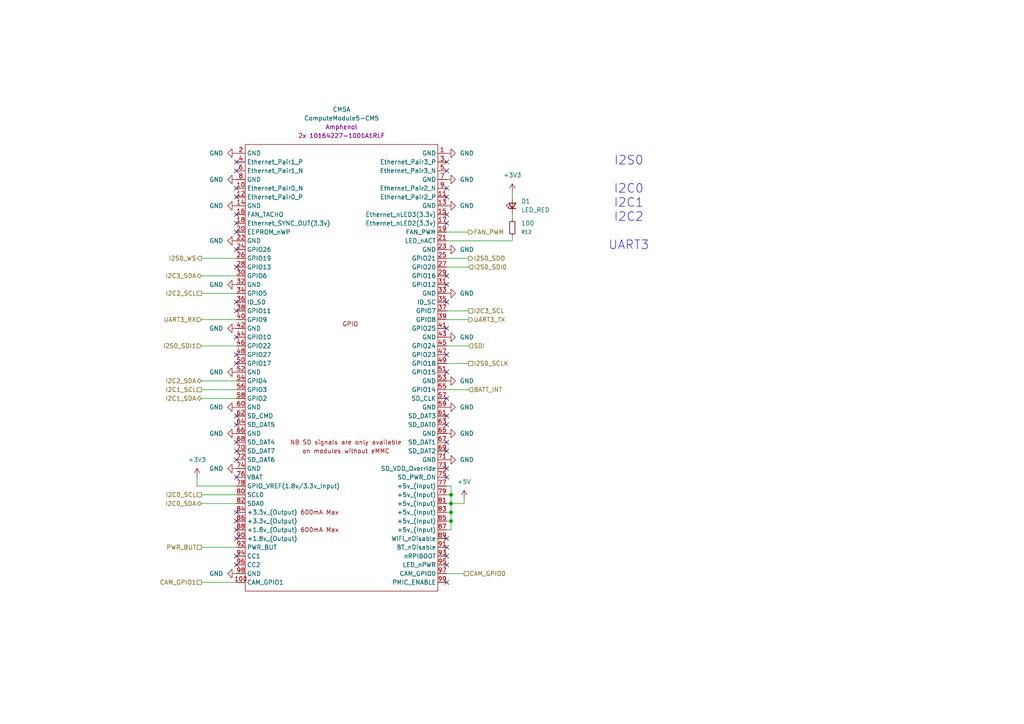
<source format=kicad_sch>
(kicad_sch (version 20250114) (generator "eeschema") (generator_version "9.0")
  (paper "A4")
  (title_block (title "BETA MAIN BOARD - CM5 - GPIO"))
  (lib_symbols
    (symbol "CM5IO:ComputeModule5-CM5"
      (property "Reference" "Module" (at 113.03 -68.58 0))
      (property "Value" "ComputeModule5-CM5" (at 140.97 2.54 0))
      (property "Field4" "Amphenol" (at 0 0 0))
      (property "Field5" "2x 10164227-1001A1RLF" (at 0 -2.54 0))
      (symbol "ComputeModule5-CM5_1_0"
        (text "GPIO" (at 0 6.35 0) (effects (font (size 1.27 1.27))))
      )
      (symbol "ComputeModule5-CM5_1_1"
        (rectangle (start -30.48 -71.12) (end 25.4 58.42))
        (text "600mA Max" (at -8.89 -48.26 0) (effects (font (size 1.27 1.27))))
        (text "600mA Max" (at -8.89 -53.34 0) (effects (font (size 1.27 1.27))))
        (text "NB SD signals are only available" (at -1.27 -27.94 0) (effects (font (size 1.27 1.27))))
        (text "on modules without eMMC" (at -1.27 -30.48 0) (effects (font (size 1.27 1.27))))
        (pin power_in line (at -33.02 55.88 0) (length 2.54) (name "GND") (number "2"))
        (pin passive line (at -33.02 53.34 0) (length 2.54) (name "Ethernet_Pair1_P") (number "4"))
        (pin passive line (at -33.02 50.8 0) (length 2.54) (name "Ethernet_Pair1_N") (number "6"))
        (pin power_in line (at -33.02 48.26 0) (length 2.54) (name "GND") (number "8"))
        (pin passive line (at -33.02 45.72 0) (length 2.54) (name "Ethernet_Pair0_N") (number "10"))
        (pin passive line (at -33.02 43.18 0) (length 2.54) (name "Ethernet_Pair0_P") (number "12"))
        (pin power_in line (at -33.02 40.64 0) (length 2.54) (name "GND") (number "14"))
        (pin input line (at -33.02 38.1 0) (length 2.54) (name "FAN_TACHO") (number "16"))
        (pin input line (at -33.02 35.56 0) (length 2.54) (name "Ethernet_SYNC_OUT(3.3v)") (number "18"))
        (pin passive line (at -33.02 33.02 0) (length 2.54) (name "EEPROM_nWP") (number "20"))
        (pin power_in line (at -33.02 30.48 0) (length 2.54) (name "GND") (number "22"))
        (pin passive line (at -33.02 27.94 0) (length 2.54) (name "GPIO26") (number "24"))
        (pin passive line (at -33.02 25.4 0) (length 2.54) (name "GPIO19") (number "26"))
        (pin passive line (at -33.02 22.86 0) (length 2.54) (name "GPIO13") (number "28"))
        (pin passive line (at -33.02 20.32 0) (length 2.54) (name "GPIO6") (number "30"))
        (pin power_in line (at -33.02 17.78 0) (length 2.54) (name "GND") (number "32"))
        (pin passive line (at -33.02 15.24 0) (length 2.54) (name "GPIO5") (number "34"))
        (pin passive line (at -33.02 12.7 0) (length 2.54) (name "ID_SD") (number "36"))
        (pin passive line (at -33.02 10.16 0) (length 2.54) (name "GPIO11") (number "38"))
        (pin passive line (at -33.02 7.62 0) (length 2.54) (name "GPIO9") (number "40"))
        (pin power_in line (at -33.02 5.08 0) (length 2.54) (name "GND") (number "42"))
        (pin passive line (at -33.02 2.54 0) (length 2.54) (name "GPIO10") (number "44"))
        (pin passive line (at -33.02 0 0) (length 2.54) (name "GPIO22") (number "46"))
        (pin passive line (at -33.02 -2.54 0) (length 2.54) (name "GPIO27") (number "48"))
        (pin passive line (at -33.02 -5.08 0) (length 2.54) (name "GPIO17") (number "50"))
        (pin power_in line (at -33.02 -7.62 0) (length 2.54) (name "GND") (number "52"))
        (pin passive line (at -33.02 -10.16 0) (length 2.54) (name "GPIO4") (number "54"))
        (pin passive line (at -33.02 -12.7 0) (length 2.54) (name "GPIO3") (number "56"))
        (pin passive line (at -33.02 -15.24 0) (length 2.54) (name "GPIO2") (number "58"))
        (pin power_in line (at -33.02 -17.78 0) (length 2.54) (name "GND") (number "60"))
        (pin passive line (at -33.02 -20.32 0) (length 2.54) (name "SD_CMD") (number "62"))
        (pin passive line (at -33.02 -22.86 0) (length 2.54) (name "SD_DAT5") (number "64"))
        (pin power_in line (at -33.02 -25.4 0) (length 2.54) (name "GND") (number "66"))
        (pin passive line (at -33.02 -27.94 0) (length 2.54) (name "SD_DAT4") (number "68"))
        (pin passive line (at -33.02 -30.48 0) (length 2.54) (name "SD_DAT7") (number "70"))
        (pin passive line (at -33.02 -33.02 0) (length 2.54) (name "SD_DAT6") (number "72"))
        (pin power_in line (at -33.02 -35.56 0) (length 2.54) (name "GND") (number "74"))
        (pin passive line (at -33.02 -38.1 0) (length 2.54) (name "VBAT") (number "76"))
        (pin power_in line (at -33.02 -40.64 0) (length 2.54) (name "GPIO_VREF(1.8v/3.3v_Input)") (number "78"))
        (pin passive line (at -33.02 -43.18 0) (length 2.54) (name "SCL0") (number "80"))
        (pin passive line (at -33.02 -45.72 0) (length 2.54) (name "SDA0") (number "82"))
        (pin power_out line (at -33.02 -48.26 0) (length 2.54) (name "+3.3v_(Output)") (number "84"))
        (pin passive line (at -33.02 -50.8 0) (length 2.54) (name "+3.3v_(Output)") (number "86"))
        (pin power_out line (at -33.02 -53.34 0) (length 2.54) (name "+1.8v_(Output)") (number "88"))
        (pin passive line (at -33.02 -55.88 0) (length 2.54) (name "+1.8v_(Output)") (number "90"))
        (pin passive line (at -33.02 -58.42 0) (length 2.54) (name "PWR_BUT") (number "92"))
        (pin passive line (at -33.02 -60.96 0) (length 2.54) (name "CC1") (number "94"))
        (pin passive line (at -33.02 -63.5 0) (length 2.54) (name "CC2") (number "96"))
        (pin power_in line (at -33.02 -66.04 0) (length 2.54) (name "GND") (number "98"))
        (pin passive line (at -33.02 -68.58 0) (length 2.54) (name "CAM_GPIO1") (number "100"))
        (pin power_in line (at 27.94 55.88 180) (length 2.54) (name "GND") (number "1"))
        (pin passive line (at 27.94 53.34 180) (length 2.54) (name "Ethernet_Pair3_P") (number "3"))
        (pin passive line (at 27.94 50.8 180) (length 2.54) (name "Ethernet_Pair3_N") (number "5"))
        (pin power_in line (at 27.94 48.26 180) (length 2.54) (name "GND") (number "7"))
        (pin passive line (at 27.94 45.72 180) (length 2.54) (name "Ethernet_Pair2_N") (number "9"))
        (pin passive line (at 27.94 43.18 180) (length 2.54) (name "Ethernet_Pair2_P") (number "11"))
        (pin power_in line (at 27.94 40.64 180) (length 2.54) (name "GND") (number "13"))
        (pin output line (at 27.94 38.1 180) (length 2.54) (name "Ethernet_nLED3(3.3v)") (number "15"))
        (pin output line (at 27.94 35.56 180) (length 2.54) (name "Ethernet_nLED2(3.3v)") (number "17"))
        (pin output line (at 27.94 33.02 180) (length 2.54) (name "FAN_PWM") (number "19"))
        (pin open_collector line (at 27.94 30.48 180) (length 2.54) (name "LED_nACT") (number "21"))
        (pin power_in line (at 27.94 27.94 180) (length 2.54) (name "GND") (number "23"))
        (pin passive line (at 27.94 25.4 180) (length 2.54) (name "GPIO21") (number "25"))
        (pin passive line (at 27.94 22.86 180) (length 2.54) (name "GPIO20") (number "27"))
        (pin passive line (at 27.94 20.32 180) (length 2.54) (name "GPIO16") (number "29"))
        (pin passive line (at 27.94 17.78 180) (length 2.54) (name "GPIO12") (number "31"))
        (pin power_in line (at 27.94 15.24 180) (length 2.54) (name "GND") (number "33"))
        (pin passive line (at 27.94 12.7 180) (length 2.54) (name "ID_SC") (number "35"))
        (pin passive line (at 27.94 10.16 180) (length 2.54) (name "GPIO7") (number "37"))
        (pin passive line (at 27.94 7.62 180) (length 2.54) (name "GPIO8") (number "39"))
        (pin passive line (at 27.94 5.08 180) (length 2.54) (name "GPIO25") (number "41"))
        (pin power_in line (at 27.94 2.54 180) (length 2.54) (name "GND") (number "43"))
        (pin passive line (at 27.94 0 180) (length 2.54) (name "GPIO24") (number "45"))
        (pin passive line (at 27.94 -2.54 180) (length 2.54) (name "GPIO23") (number "47"))
        (pin passive line (at 27.94 -5.08 180) (length 2.54) (name "GPIO18") (number "49"))
        (pin passive line (at 27.94 -7.62 180) (length 2.54) (name "GPIO15") (number "51"))
        (pin power_in line (at 27.94 -10.16 180) (length 2.54) (name "GND") (number "53"))
        (pin passive line (at 27.94 -12.7 180) (length 2.54) (name "GPIO14") (number "55"))
        (pin passive line (at 27.94 -15.24 180) (length 2.54) (name "SD_CLK") (number "57"))
        (pin power_in line (at 27.94 -17.78 180) (length 2.54) (name "GND") (number "59"))
        (pin passive line (at 27.94 -20.32 180) (length 2.54) (name "SD_DAT3") (number "61"))
        (pin passive line (at 27.94 -22.86 180) (length 2.54) (name "SD_DAT0") (number "63"))
        (pin power_in line (at 27.94 -25.4 180) (length 2.54) (name "GND") (number "65"))
        (pin passive line (at 27.94 -27.94 180) (length 2.54) (name "SD_DAT1") (number "67"))
        (pin passive line (at 27.94 -30.48 180) (length 2.54) (name "SD_DAT2") (number "69"))
        (pin power_in line (at 27.94 -33.02 180) (length 2.54) (name "GND") (number "71"))
        (pin input line (at 27.94 -35.56 180) (length 2.54) (name "SD_VDD_Override") (number "73"))
        (pin output line (at 27.94 -38.1 180) (length 2.54) (name "SD_PWR_ON") (number "75"))
        (pin power_in line (at 27.94 -40.64 180) (length 2.54) (name "+5v_(Input)") (number "77"))
        (pin power_in line (at 27.94 -43.18 180) (length 2.54) (name "+5v_(Input)") (number "79"))
        (pin power_in line (at 27.94 -45.72 180) (length 2.54) (name "+5v_(Input)") (number "81"))
        (pin power_in line (at 27.94 -48.26 180) (length 2.54) (name "+5v_(Input)") (number "83"))
        (pin power_in line (at 27.94 -50.8 180) (length 2.54) (name "+5v_(Input)") (number "85"))
        (pin power_in line (at 27.94 -53.34 180) (length 2.54) (name "+5v_(Input)") (number "87"))
        (pin input line (at 27.94 -55.88 180) (length 2.54) (name "WiFi_nDisable") (number "89"))
        (pin input line (at 27.94 -58.42 180) (length 2.54) (name "BT_nDisable") (number "91"))
        (pin input line (at 27.94 -60.96 180) (length 2.54) (name "nRPIBOOT") (number "93"))
        (pin output line (at 27.94 -63.5 180) (length 2.54) (name "LED_nPWR") (number "95"))
        (pin passive line (at 27.94 -66.04 180) (length 2.54) (name "CAM_GPIO0") (number "97"))
        (pin input line (at 27.94 -68.58 180) (length 2.54) (name "PMIC_ENABLE") (number "99"))
      )
      (symbol "ComputeModule5-CM5_2_1"
        (rectangle (start 114.3 -66.04) (end 165.1 63.5))
        (text "High Speed Serial" (at 140.97 0 0) (effects (font (size 1.27 1.27))))
        (pin input line (at 109.22 60.96 0) (length 5.08) (name "PCIe_nCLKREQ") (number "102"))
        (pin input line (at 109.22 58.42 0) (length 5.08) (name "PCIE_nWAKE") (number "104"))
        (pin output line (at 109.22 55.88 0) (length 5.08) (name "PCIE_PWR_EN") (number "106"))
        (pin power_in line (at 109.22 53.34 0) (length 5.08) (name "GND") (number "108"))
        (pin output line (at 109.22 50.8 0) (length 5.08) (name "PCIe_CLK_P") (number "110"))
        (pin output line (at 109.22 48.26 0) (length 5.08) (name "PCIe_CLK_N") (number "112"))
        (pin power_in line (at 109.22 45.72 0) (length 5.08) (name "GND") (number "114"))
        (pin input line (at 109.22 43.18 0) (length 5.08) (name "PCIe_RX_P") (number "116"))
        (pin input line (at 109.22 40.64 0) (length 5.08) (name "PCIe_RX_N") (number "118"))
        (pin power_in line (at 109.22 38.1 0) (length 5.08) (name "GND") (number "120"))
        (pin output line (at 109.22 35.56 0) (length 5.08) (name "PCIe_TX_P") (number "122"))
        (pin output line (at 109.22 33.02 0) (length 5.08) (name "PCIe_TX_N") (number "124"))
        (pin power_in line (at 109.22 30.48 0) (length 5.08) (name "GND") (number "126"))
        (pin input line (at 109.22 27.94 0) (length 5.08) (name "USB3-0-RX_N") (number "128"))
        (pin input line (at 109.22 25.4 0) (length 5.08) (name "USB3-0-RX_P") (number "130"))
        (pin power_in line (at 109.22 22.86 0) (length 5.08) (name "GND") (number "132"))
        (pin passive line (at 109.22 20.32 0) (length 5.08) (name "USB3-0-D_P") (number "134"))
        (pin passive line (at 109.22 17.78 0) (length 5.08) (name "USB3-0-D_N") (number "136"))
        (pin power_in line (at 109.22 15.24 0) (length 5.08) (name "GND") (number "138"))
        (pin output line (at 109.22 12.7 0) (length 5.08) (name "USB3-0-TX_N") (number "140"))
        (pin output line (at 109.22 10.16 0) (length 5.08) (name "USB3-0-TX_P") (number "142"))
        (pin power_in line (at 109.22 7.62 0) (length 5.08) (name "GND") (number "144"))
        (pin output line (at 109.22 5.08 0) (length 5.08) (name "HDMI1_TX2_P") (number "146"))
        (pin output line (at 109.22 2.54 0) (length 5.08) (name "HDMI1_TX2_N") (number "148"))
        (pin power_in line (at 109.22 0 0) (length 5.08) (name "GND") (number "150"))
        (pin output line (at 109.22 -2.54 0) (length 5.08) (name "HDMI1_TX1_P") (number "152"))
        (pin output line (at 109.22 -5.08 0) (length 5.08) (name "HDMI1_TX1_N") (number "154"))
        (pin power_in line (at 109.22 -7.62 0) (length 5.08) (name "GND") (number "156"))
        (pin output line (at 109.22 -10.16 0) (length 5.08) (name "HDMI1_TX0_P") (number "158"))
        (pin output line (at 109.22 -12.7 0) (length 5.08) (name "HDMI1_TX0_N") (number "160"))
        (pin power_in line (at 109.22 -15.24 0) (length 5.08) (name "GND") (number "162"))
        (pin output line (at 109.22 -17.78 0) (length 5.08) (name "HDMI1_CLK_P") (number "164"))
        (pin output line (at 109.22 -20.32 0) (length 5.08) (name "HDMI1_CLK_N") (number "166"))
        (pin power_in line (at 109.22 -22.86 0) (length 5.08) (name "GND") (number "168"))
        (pin output line (at 109.22 -25.4 0) (length 5.08) (name "HDMI0_TX2_P") (number "170"))
        (pin output line (at 109.22 -27.94 0) (length 5.08) (name "HDMI0_TX2_N") (number "172"))
        (pin power_in line (at 109.22 -30.48 0) (length 5.08) (name "GND") (number "174"))
        (pin output line (at 109.22 -33.02 0) (length 5.08) (name "HDMI0_TX1_P") (number "176"))
        (pin output line (at 109.22 -35.56 0) (length 5.08) (name "HDMI0_TX1_N") (number "178"))
        (pin power_in line (at 109.22 -38.1 0) (length 5.08) (name "GND") (number "180"))
        (pin output line (at 109.22 -40.64 0) (length 5.08) (name "HDMI0_TX0_P") (number "182"))
        (pin output line (at 109.22 -43.18 0) (length 5.08) (name "HDMI0_TX0_N") (number "184"))
        (pin power_in line (at 109.22 -45.72 0) (length 5.08) (name "GND") (number "186"))
        (pin output line (at 109.22 -48.26 0) (length 5.08) (name "HDMI0_CLK_P") (number "188"))
        (pin output line (at 109.22 -50.8 0) (length 5.08) (name "HDMI0_CLK_N") (number "190"))
        (pin power_in line (at 109.22 -53.34 0) (length 5.08) (name "GND") (number "192"))
        (pin output line (at 109.22 -55.88 0) (length 5.08) (name "MIPI1_D3_N") (number "194"))
        (pin output line (at 109.22 -58.42 0) (length 5.08) (name "MIPI1_D3_P") (number "196"))
        (pin power_in line (at 109.22 -60.96 0) (length 5.08) (name "GND") (number "198"))
        (pin open_collector line (at 109.22 -63.5 0) (length 5.08) (name "HDMI0_SCL") (number "200"))
        (pin input line (at 170.18 60.96 180) (length 5.08) (name "USB_OTG_ID") (number "101"))
        (pin passive line (at 170.18 58.42 180) (length 5.08) (name "USB2_N") (number "103"))
        (pin passive line (at 170.18 55.88 180) (length 5.08) (name "USB2_P") (number "105"))
        (pin power_in line (at 170.18 53.34 180) (length 5.08) (name "GND") (number "107"))
        (pin output line (at 170.18 50.8 180) (length 5.08) (name "PCIe_nRST") (number "109"))
        (pin output line (at 170.18 48.26 180) (length 5.08) (name "VBUS_EN") (number "111"))
        (pin power_in line (at 170.18 45.72 180) (length 5.08) (name "GND") (number "113"))
        (pin input line (at 170.18 43.18 180) (length 5.08) (name "MIPI0_D0_N") (number "115"))
        (pin input line (at 170.18 40.64 180) (length 5.08) (name "MIPI0_D0_P") (number "117"))
        (pin power_in line (at 170.18 38.1 180) (length 5.08) (name "GND") (number "119"))
        (pin input line (at 170.18 35.56 180) (length 5.08) (name "MIPI0_D1_N") (number "121"))
        (pin input line (at 170.18 33.02 180) (length 5.08) (name "MIPI0_D1_P") (number "123"))
        (pin power_in line (at 170.18 30.48 180) (length 5.08) (name "GND") (number "125"))
        (pin input line (at 170.18 27.94 180) (length 5.08) (name "MIPI0_C_N") (number "127"))
        (pin input line (at 170.18 25.4 180) (length 5.08) (name "MIPI0_C_P") (number "129"))
        (pin power_in line (at 170.18 22.86 180) (length 5.08) (name "GND") (number "131"))
        (pin input line (at 170.18 20.32 180) (length 5.08) (name "MIPI0_D2_N") (number "133"))
        (pin input line (at 170.18 17.78 180) (length 5.08) (name "MIPI0_D2_P") (number "135"))
        (pin power_in line (at 170.18 15.24 180) (length 5.08) (name "GND") (number "137"))
        (pin input line (at 170.18 12.7 180) (length 5.08) (name "MIPI0_D3_N") (number "139"))
        (pin input line (at 170.18 10.16 180) (length 5.08) (name "MIPI0_D3_P") (number "141"))
        (pin input line (at 170.18 7.62 180) (length 5.08) (name "HDMI1_HOTPLUG") (number "143"))
        (pin bidirectional line (at 170.18 5.08 180) (length 5.08) (name "HDMI1_SDA") (number "145"))
        (pin open_collector line (at 170.18 2.54 180) (length 5.08) (name "HDMI1_SCL") (number "147"))
        (pin open_collector line (at 170.18 0 180) (length 5.08) (name "HDMI1_CEC") (number "149"))
        (pin open_collector line (at 170.18 -2.54 180) (length 5.08) (name "HDMI0_CEC") (number "151"))
        (pin input line (at 170.18 -5.08 180) (length 5.08) (name "HDMI0_HOTPLUG") (number "153"))
        (pin power_in line (at 170.18 -7.62 180) (length 5.08) (name "GND") (number "155"))
        (pin input line (at 170.18 -10.16 180) (length 5.08) (name "USB3-1-RX_N") (number "157"))
        (pin input line (at 170.18 -12.7 180) (length 5.08) (name "USB3-1-RX_P") (number "159"))
        (pin power_in line (at 170.18 -15.24 180) (length 5.08) (name "GND") (number "161"))
        (pin passive line (at 170.18 -17.78 180) (length 5.08) (name "USB3-1-D_P") (number "163"))
        (pin passive line (at 170.18 -20.32 180) (length 5.08) (name "USB3-1-D_N") (number "165"))
        (pin power_in line (at 170.18 -22.86 180) (length 5.08) (name "GND") (number "167"))
        (pin output line (at 170.18 -25.4 180) (length 5.08) (name "USB3-1-TX_N") (number "169"))
        (pin output line (at 170.18 -27.94 180) (length 5.08) (name "USB3-1-TX_P") (number "171"))
        (pin power_in line (at 170.18 -30.48 180) (length 5.08) (name "GND") (number "173"))
        (pin output line (at 170.18 -33.02 180) (length 5.08) (name "MIPI1_D0_N") (number "175"))
        (pin output line (at 170.18 -35.56 180) (length 5.08) (name "MIPI1_D0_P") (number "177"))
        (pin power_in line (at 170.18 -38.1 180) (length 5.08) (name "GND") (number "179"))
        (pin output line (at 170.18 -40.64 180) (length 5.08) (name "MIPI1_D1_N") (number "181"))
        (pin output line (at 170.18 -43.18 180) (length 5.08) (name "MIPI1_D1_P") (number "183"))
        (pin power_in line (at 170.18 -45.72 180) (length 5.08) (name "GND") (number "185"))
        (pin output line (at 170.18 -48.26 180) (length 5.08) (name "MIPI1_C_N") (number "187"))
        (pin output line (at 170.18 -50.8 180) (length 5.08) (name "MIPI1_C_P") (number "189"))
        (pin power_in line (at 170.18 -53.34 180) (length 5.08) (name "GND") (number "191"))
        (pin output line (at 170.18 -55.88 180) (length 5.08) (name "MIPI1_D2_N") (number "193"))
        (pin output line (at 170.18 -58.42 180) (length 5.08) (name "MIPI1_D2_P") (number "195"))
        (pin power_in line (at 170.18 -60.96 180) (length 5.08) (name "GND") (number "197"))
        (pin bidirectional line (at 170.18 -63.5 180) (length 5.08) (name "HDMI0_SDA") (number "199"))
      )
    )
    (symbol "Device:LED_Small" (pin_numbers (hide yes)) (pin_names (offset 0.254) (hide yes))
      (property "Reference" "D" (at -1.27 3.175 0))
      (property "Value" "LED_Small" (at -4.445 -2.54 0))
      (symbol "LED_Small_0_1"
        (polyline (pts (xy -0.762 -1.016) (xy -0.762 1.016)) (stroke (width 0.254)))
        (polyline (pts (xy 0 0.762) (xy -0.508 1.27) (xy -0.254 1.27) (xy -0.508 1.27) (xy -0.508 1.016)))
        (polyline (pts (xy 0.508 1.27) (xy 0 1.778) (xy 0.254 1.778) (xy 0 1.778) (xy 0 1.524)))
        (polyline (pts (xy 0.762 -1.016) (xy -0.762 0) (xy 0.762 1.016) (xy 0.762 -1.016)) (stroke (width 0.254)))
        (polyline (pts (xy 1.016 0) (xy -0.762 0)))
      )
      (symbol "LED_Small_1_1"
        (pin passive line (at -2.54 0 0) (length 1.778) (name "K") (number "1"))
        (pin passive line (at 2.54 0 180) (length 1.778) (name "A") (number "2"))
      )
    )
    (symbol "Device:R_Small" (pin_numbers (hide yes)) (pin_names (offset 0.254) (hide yes))
      (property "Reference" "R" (at 0 0 90))
      (property "Value" "R_Small" (at 1.778 0 90))
      (symbol "R_Small_0_1"
        (rectangle (start -0.762 1.778) (end 0.762 -1.778) (stroke (width 0.2032)))
      )
      (symbol "R_Small_1_1"
        (pin passive line (at 0 2.54 270) (length 0.762) (name "~") (number "1"))
        (pin passive line (at 0 -2.54 90) (length 0.762) (name "~") (number "2"))
      )
    )
    (symbol "power:+3V3" (power) (pin_numbers (hide yes)) (pin_names (offset 0) (hide yes))
      (property "Value" "+3V3" (at 0 3.556 0))
      (symbol "+3V3_0_1"
        (polyline (pts (xy -0.762 1.27) (xy 0 2.54)))
        (polyline (pts (xy 0 2.54) (xy 0.762 1.27)))
        (polyline (pts (xy 0 0) (xy 0 2.54)))
      )
      (symbol "+3V3_1_1"
        (pin power_in line (at 0 0 90) (length 0) (name "~") (number "1"))
      )
    )
    (symbol "power:+5V" (power) (pin_numbers (hide yes)) (pin_names (offset 0) (hide yes))
      (property "Value" "+5V" (at 0 3.556 0))
      (symbol "+5V_0_1"
        (polyline (pts (xy -0.762 1.27) (xy 0 2.54)))
        (polyline (pts (xy 0 2.54) (xy 0.762 1.27)))
        (polyline (pts (xy 0 0) (xy 0 2.54)))
      )
      (symbol "+5V_1_1"
        (pin power_in line (at 0 0 90) (length 0) (name "~") (number "1"))
      )
    )
    (symbol "power:GND" (power) (pin_numbers (hide yes)) (pin_names (offset 0) (hide yes))
      (property "Value" "GND" (at 0 -3.81 0))
      (symbol "GND_0_1"
        (polyline (pts (xy 0 0) (xy 0 -1.27) (xy 1.27 -1.27) (xy 0 -2.54) (xy -1.27 -1.27) (xy 0 -1.27)))
      )
      (symbol "GND_1_1"
        (pin power_in line (at 0 0 270) (length 0) (name "~") (number "1"))
      )
    )
  )
  (text "I2S0\n\nI2C0\nI2C1\nI2C2\n\nUART3" (at 182.372 58.928 0) (effects (font (size 2.54 2.54))))
  (junction (at 130.81 143.51))
  (junction (at 130.81 146.05))
  (junction (at 130.81 151.13))
  (junction (at 130.81 148.59))
  (no_connect (at 68.58 62.23))
  (no_connect (at 129.54 138.43))
  (no_connect (at 68.58 148.59))
  (no_connect (at 68.58 105.41))
  (no_connect (at 129.54 161.29))
  (no_connect (at 68.58 130.81))
  (no_connect (at 68.58 153.67))
  (no_connect (at 68.58 46.99))
  (no_connect (at 129.54 62.23))
  (no_connect (at 68.58 123.19))
  (no_connect (at 129.54 82.55))
  (no_connect (at 68.58 72.39))
  (no_connect (at 129.54 115.57))
  (no_connect (at 68.58 87.63))
  (no_connect (at 68.58 90.17))
  (no_connect (at 68.58 49.53))
  (no_connect (at 129.54 80.01))
  (no_connect (at 129.54 156.21))
  (no_connect (at 129.54 128.27))
  (no_connect (at 68.58 77.47))
  (no_connect (at 68.58 156.21))
  (no_connect (at 68.58 161.29))
  (no_connect (at 68.58 54.61))
  (no_connect (at 68.58 102.87))
  (no_connect (at 68.58 133.35))
  (no_connect (at 129.54 107.95))
  (no_connect (at 129.54 163.83))
  (no_connect (at 68.58 57.15))
  (no_connect (at 129.54 168.91))
  (no_connect (at 129.54 57.15))
  (no_connect (at 129.54 120.65))
  (no_connect (at 68.58 67.31))
  (no_connect (at 68.58 97.79))
  (no_connect (at 129.54 158.75))
  (no_connect (at 68.58 138.43))
  (no_connect (at 68.58 64.77))
  (no_connect (at 129.54 135.89))
  (no_connect (at 129.54 54.61))
  (no_connect (at 129.54 46.99))
  (no_connect (at 129.54 123.19))
  (no_connect (at 129.54 49.53))
  (no_connect (at 129.54 130.81))
  (no_connect (at 129.54 95.25))
  (no_connect (at 129.54 64.77))
  (no_connect (at 68.58 163.83))
  (no_connect (at 129.54 102.87))
  (no_connect (at 68.58 128.27))
  (no_connect (at 129.54 87.63))
  (no_connect (at 68.58 120.65))
  (no_connect (at 68.58 151.13))
  (wire (pts (xy 129.54 69.85) (xy 148.59 69.85)))
  (wire (pts (xy 57.15 140.97) (xy 68.58 140.97)))
  (wire (pts (xy 58.42 143.51) (xy 68.58 143.51)))
  (wire (pts (xy 148.59 69.85) (xy 148.59 68.58)))
  (wire (pts (xy 129.54 100.33) (xy 135.89 100.33)))
  (wire (pts (xy 129.54 92.71) (xy 135.89 92.71)))
  (wire (pts (xy 58.42 85.09) (xy 68.58 85.09)))
  (wire (pts (xy 58.42 168.91) (xy 68.58 168.91)))
  (wire (pts (xy 129.54 148.59) (xy 130.81 148.59)))
  (wire (pts (xy 130.81 143.51) (xy 130.81 140.97)))
  (wire (pts (xy 129.54 146.05) (xy 130.81 146.05)))
  (wire (pts (xy 129.54 153.67) (xy 130.81 153.67)))
  (wire (pts (xy 129.54 67.31) (xy 135.89 67.31)))
  (wire (pts (xy 58.42 115.57) (xy 68.58 115.57)))
  (wire (pts (xy 58.42 158.75) (xy 68.58 158.75)))
  (wire (pts (xy 129.54 140.97) (xy 130.81 140.97)))
  (wire (pts (xy 58.42 74.93) (xy 68.58 74.93)))
  (wire (pts (xy 135.89 74.93) (xy 129.54 74.93)))
  (wire (pts (xy 130.81 153.67) (xy 130.81 151.13)))
  (wire (pts (xy 130.81 146.05) (xy 134.62 146.05)))
  (wire (pts (xy 129.54 90.17) (xy 135.89 90.17)))
  (wire (pts (xy 129.54 151.13) (xy 130.81 151.13)))
  (wire (pts (xy 58.42 113.03) (xy 68.58 113.03)))
  (wire (pts (xy 129.54 77.47) (xy 135.89 77.47)))
  (wire (pts (xy 58.42 100.33) (xy 68.58 100.33)))
  (wire (pts (xy 58.42 80.01) (xy 68.58 80.01)))
  (wire (pts (xy 57.15 138.43) (xy 57.15 140.97)))
  (wire (pts (xy 58.42 110.49) (xy 68.58 110.49)))
  (wire (pts (xy 129.54 166.37) (xy 134.62 166.37)))
  (wire (pts (xy 129.54 105.41) (xy 135.89 105.41)))
  (wire (pts (xy 130.81 146.05) (xy 130.81 143.51)))
  (wire (pts (xy 130.81 151.13) (xy 130.81 148.59)))
  (wire (pts (xy 134.62 146.05) (xy 134.62 144.78)))
  (wire (pts (xy 129.54 113.03) (xy 135.89 113.03)))
  (wire (pts (xy 58.42 146.05) (xy 68.58 146.05)))
  (wire (pts (xy 129.54 143.51) (xy 130.81 143.51)))
  (wire (pts (xy 130.81 146.05) (xy 130.81 148.59)))
  (wire (pts (xy 148.59 62.23) (xy 148.59 63.5)))
  (wire (pts (xy 58.42 92.71) (xy 68.58 92.71)))
  (wire (pts (xy 148.59 55.88) (xy 148.59 57.15)))
  (hierarchical_label "I2S0_SDO" (shape output) (at 135.89 74.93 0))
  (hierarchical_label "I2C2_SCL" (shape passive) (at 58.42 85.09 180))
  (hierarchical_label "I2S0_WS" (shape output) (at 58.42 74.93 180))
  (hierarchical_label "I2S0_SCLK" (shape passive) (at 135.89 105.41 0))
  (hierarchical_label "I2S0_SDI0" (shape input) (at 135.89 77.47 0))
  (hierarchical_label "I2C0_SDA" (shape bidirectional) (at 58.42 146.05 180))
  (hierarchical_label "I2S0_SDI1" (shape input) (at 58.42 100.33 180))
  (hierarchical_label "CAM_GPIO0" (shape passive) (at 134.62 166.37 0))
  (hierarchical_label "SDI" (shape input) (at 135.89 100.33 0))
  (hierarchical_label "I2C2_SDA" (shape bidirectional) (at 58.42 110.49 180))
  (hierarchical_label "UART3_TX" (shape output) (at 135.89 92.71 0))
  (hierarchical_label "UART3_RX" (shape input) (at 58.42 92.71 180))
  (hierarchical_label "I2C0_SCL" (shape passive) (at 58.42 143.51 180))
  (hierarchical_label "I2C1_SDA" (shape bidirectional) (at 58.42 115.57 180))
  (hierarchical_label "PWR_BUT" (shape passive) (at 58.42 158.75 180))
  (hierarchical_label "CAM_GPIO1" (shape passive) (at 58.42 168.91 180))
  (hierarchical_label "I2C3_SCL" (shape passive) (at 135.89 90.17 0))
  (hierarchical_label "BATT_INT" (shape input) (at 135.89 113.03 0))
  (hierarchical_label "I2C1_SCL" (shape passive) (at 58.42 113.03 180))
  (hierarchical_label "I2C3_SDA" (shape bidirectional) (at 58.42 80.01 180))
  (hierarchical_label "FAN_PWM" (shape output) (at 135.89 67.31 0))
  (symbol (lib_id "power:GND") (at 68.58 125.73 270) (unit 1)
    (property "Reference" "#PWR022" (effects (hide yes)))
    (property "Value" "GND" (at 64.77 125.7299 90) (effects (justify right)))
    (property "Description" "Power symbol creates a global label with name \"GND\" , ground" (effects (hide yes)))
  )
  (symbol (lib_id "power:+3V3") (at 57.15 138.43 0) (unit 1)
    (property "Reference" "#PWR0130" (effects (hide yes)))
    (property "Value" "+3V3" (at 57.15 133.35 0))
    (property "Description" "Power symbol creates a global label with name \"+3V3\"" (effects (hide yes)))
  )
  (symbol (lib_id "power:GND") (at 129.54 85.09 90) (unit 1)
    (property "Reference" "#PWR029" (effects (hide yes)))
    (property "Value" "GND" (at 133.35 85.0901 90) (effects (justify right)))
    (property "Description" "Power symbol creates a global label with name \"GND\" , ground" (effects (hide yes)))
  )
  (symbol (lib_id "power:GND") (at 129.54 44.45 90) (unit 1)
    (property "Reference" "#PWR025" (effects (hide yes)))
    (property "Value" "GND" (at 133.35 44.4501 90) (effects (justify right)))
    (property "Description" "Power symbol creates a global label with name \"GND\" , ground" (effects (hide yes)))
  )
  (symbol (lib_id "power:GND") (at 129.54 72.39 90) (unit 1)
    (property "Reference" "#PWR028" (effects (hide yes)))
    (property "Value" "GND" (at 133.35 72.3901 90) (effects (justify right)))
    (property "Description" "Power symbol creates a global label with name \"GND\" , ground" (effects (hide yes)))
  )
  (symbol (lib_id "power:GND") (at 129.54 110.49 90) (unit 1)
    (property "Reference" "#PWR031" (effects (hide yes)))
    (property "Value" "GND" (at 133.35 110.4901 90) (effects (justify right)))
    (property "Description" "Power symbol creates a global label with name \"GND\" , ground" (effects (hide yes)))
  )
  (symbol (lib_id "power:GND") (at 129.54 133.35 90) (unit 1)
    (property "Reference" "#PWR034" (effects (hide yes)))
    (property "Value" "GND" (at 133.35 133.3501 90) (effects (justify right)))
    (property "Description" "Power symbol creates a global label with name \"GND\" , ground" (effects (hide yes)))
  )
  (symbol (lib_id "Device:LED_Small") (at 148.59 59.69 90) (unit 1)
    (property "Reference" "D1" (at 151.13 58.3564 90) (effects (justify right)))
    (property "Value" "LED_RED" (at 151.13 60.8964 90) (effects (justify right)))
    (property "Footprint" "LED_SMD:LED_0603_1608Metric" (effects (hide yes)))
    (property "Description" "Light emitting diode, small symbol" (effects (hide yes)))
    (property "Sim.Pin" "1=K 2=A" (effects (hide yes)))
    (property "Sim.Pins" "1=K 2=A" (effects (hide yes)))
    (property "DigiKey_Part_Number" "5962-XL-1608VRC-06TR-ND" (effects (hide yes)))
    (property "MANUFACTURER" "XINGLIGHT" (effects (hide yes)))
    (property "MP" "XL-1608VRC-06" (effects (hide yes)))
  )
  (symbol (lib_id "power:GND") (at 129.54 97.79 90) (unit 1)
    (property "Reference" "#PWR030" (effects (hide yes)))
    (property "Value" "GND" (at 133.35 97.7901 90) (effects (justify right)))
    (property "Description" "Power symbol creates a global label with name \"GND\" , ground" (effects (hide yes)))
  )
  (symbol (lib_id "power:GND") (at 129.54 59.69 90) (unit 1)
    (property "Reference" "#PWR027" (effects (hide yes)))
    (property "Value" "GND" (at 133.35 59.6901 90) (effects (justify right)))
    (property "Description" "Power symbol creates a global label with name \"GND\" , ground" (effects (hide yes)))
  )
  (symbol (lib_id "power:GND") (at 129.54 52.07 90) (unit 1)
    (property "Reference" "#PWR026" (effects (hide yes)))
    (property "Value" "GND" (at 133.35 52.0701 90) (effects (justify right)))
    (property "Description" "Power symbol creates a global label with name \"GND\" , ground" (effects (hide yes)))
  )
  (symbol (lib_id "power:GND") (at 68.58 52.07 270) (unit 1)
    (property "Reference" "#PWR015" (effects (hide yes)))
    (property "Value" "GND" (at 64.77 52.0699 90) (effects (justify right)))
    (property "Description" "Power symbol creates a global label with name \"GND\" , ground" (effects (hide yes)))
  )
  (symbol (lib_id "Device:R_Small") (at 148.59 66.04 0) (mirror x) (unit 1)
    (property "Reference" "R12" (at 151.13 67.3101 0) (effects (font (size 1.016 1.016)) (justify left)))
    (property "Value" "100" (at 151.13 64.7701 0) (effects (justify left)))
    (property "Footprint" "Resistor_SMD:R_0603_1608Metric" (effects (hide yes)))
    (property "Description" "Resistor, small symbol" (effects (hide yes)))
    (property "DigiKey_Part_Number" "2019-RK73B1JTTD102JTR-ND" (effects (hide yes)))
    (property "MANUFACTURER" "KOA Speer Electronics, Inc." (effects (hide yes)))
    (property "MP" "RK73B1JTTD102J" (effects (hide yes)))
  )
  (symbol (lib_id "power:GND") (at 68.58 118.11 270) (unit 1)
    (property "Reference" "#PWR021" (effects (hide yes)))
    (property "Value" "GND" (at 64.77 118.1099 90) (effects (justify right)))
    (property "Description" "Power symbol creates a global label with name \"GND\" , ground" (effects (hide yes)))
  )
  (symbol (lib_id "power:GND") (at 68.58 59.69 270) (unit 1)
    (property "Reference" "#PWR016" (effects (hide yes)))
    (property "Value" "GND" (at 64.77 59.6899 90) (effects (justify right)))
    (property "Description" "Power symbol creates a global label with name \"GND\" , ground" (effects (hide yes)))
  )
  (symbol (lib_id "power:GND") (at 129.54 125.73 90) (unit 1)
    (property "Reference" "#PWR033" (effects (hide yes)))
    (property "Value" "GND" (at 133.35 125.7301 90) (effects (justify right)))
    (property "Description" "Power symbol creates a global label with name \"GND\" , ground" (effects (hide yes)))
  )
  (symbol (lib_id "CM5IO:ComputeModule5-CM5") (at 101.6 100.33 0) (unit 1)
    (property "Reference" "CM5" (at 99.06 31.75 0))
    (property "Value" "ComputeModule5-CM5" (at 99.06 34.29 0))
    (property "Footprint" "CM5IO:Raspberry-Pi-5-Compute-Module" (effects (hide yes)))
    (property "Description" "RaspberryPi Compute module 5" (effects (hide yes)))
    (property "Field4" "Amphenol" (at 99.06 36.83 0))
    (property "Field5" "2x 10164227-1001A1RLF" (at 99.06 39.37 0))
  )
  (symbol (lib_id "power:+5V") (at 134.62 144.78 0) (unit 1)
    (property "Reference" "#PWR035" (effects (hide yes)))
    (property "Value" "+5V" (at 134.62 139.7 0))
    (property "Description" "Power symbol creates a global label with name \"+5V\"" (effects (hide yes)))
  )
  (symbol (lib_id "power:GND") (at 68.58 69.85 270) (unit 1)
    (property "Reference" "#PWR017" (effects (hide yes)))
    (property "Value" "GND" (at 64.77 69.8499 90) (effects (justify right)))
    (property "Description" "Power symbol creates a global label with name \"GND\" , ground" (effects (hide yes)))
  )
  (symbol (lib_id "power:GND") (at 68.58 135.89 270) (unit 1)
    (property "Reference" "#PWR023" (effects (hide yes)))
    (property "Value" "GND" (at 64.77 135.8899 90) (effects (justify right)))
    (property "Description" "Power symbol creates a global label with name \"GND\" , ground" (effects (hide yes)))
  )
  (symbol (lib_id "power:GND") (at 68.58 82.55 270) (unit 1)
    (property "Reference" "#PWR018" (effects (hide yes)))
    (property "Value" "GND" (at 64.77 82.5499 90) (effects (justify right)))
    (property "Description" "Power symbol creates a global label with name \"GND\" , ground" (effects (hide yes)))
  )
  (symbol (lib_id "power:GND") (at 68.58 95.25 270) (unit 1)
    (property "Reference" "#PWR019" (effects (hide yes)))
    (property "Value" "GND" (at 64.77 95.2499 90) (effects (justify right)))
    (property "Description" "Power symbol creates a global label with name \"GND\" , ground" (effects (hide yes)))
  )
  (symbol (lib_id "power:GND") (at 68.58 44.45 270) (unit 1)
    (property "Reference" "#PWR014" (effects (hide yes)))
    (property "Value" "GND" (at 64.77 44.4499 90) (effects (justify right)))
    (property "Description" "Power symbol creates a global label with name \"GND\" , ground" (effects (hide yes)))
  )
  (symbol (lib_id "power:+3V3") (at 148.59 55.88 0) (unit 1)
    (property "Reference" "#PWR07" (effects (hide yes)))
    (property "Value" "+3V3" (at 148.59 50.8 0))
    (property "Description" "Power symbol creates a global label with name \"+3V3\"" (effects (hide yes)))
  )
  (symbol (lib_id "power:GND") (at 129.54 118.11 90) (unit 1)
    (property "Reference" "#PWR032" (effects (hide yes)))
    (property "Value" "GND" (at 133.35 118.1101 90) (effects (justify right)))
    (property "Description" "Power symbol creates a global label with name \"GND\" , ground" (effects (hide yes)))
  )
  (symbol (lib_id "power:GND") (at 68.58 107.95 270) (unit 1)
    (property "Reference" "#PWR020" (effects (hide yes)))
    (property "Value" "GND" (at 64.77 107.9499 90) (effects (justify right)))
    (property "Description" "Power symbol creates a global label with name \"GND\" , ground" (effects (hide yes)))
  )
  (symbol (lib_id "power:GND") (at 68.58 166.37 270) (unit 1)
    (property "Reference" "#PWR024" (effects (hide yes)))
    (property "Value" "GND" (at 64.77 166.3699 90) (effects (justify right)))
    (property "Description" "Power symbol creates a global label with name \"GND\" , ground" (effects (hide yes)))
  )
)
</source>
